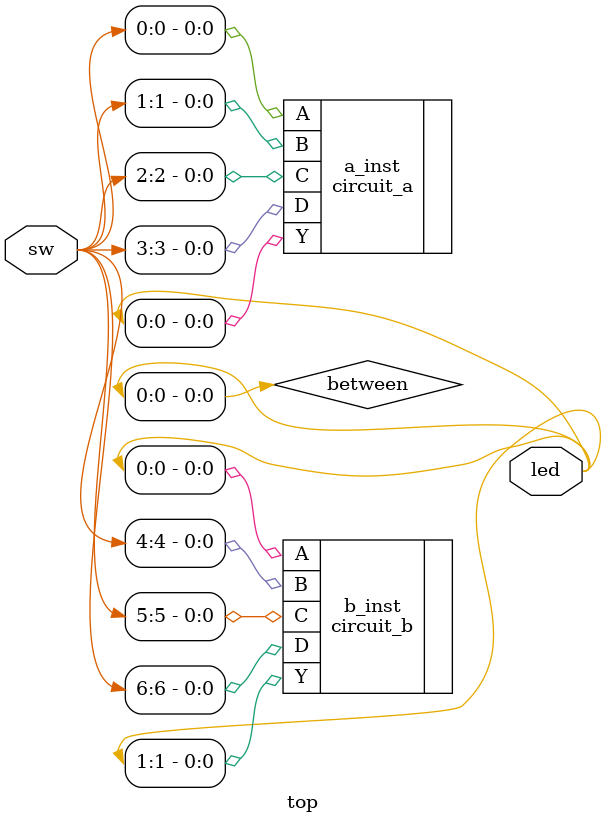
<source format=v>
module top(
    input [6:0]sw,
    output [1:0]led
);
    wire between;
    circuit_a a_inst(
        .A(sw[0]),
        .B(sw[1]),
        .C(sw[2]),
        .D(sw[3]),
        .Y(between)
    );
    assign led[0] = between;
    circuit_b b_inst(
        .A(led[0]),
        .B(sw[4]),
        .C(sw[5]),
        .D(sw[6]),
        .Y(led[1])
    );

endmodule 
</source>
